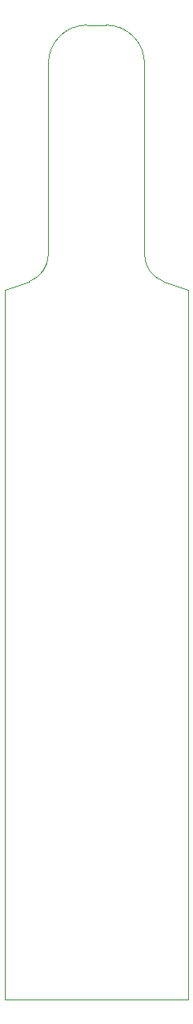
<source format=gm1>
G04 #@! TF.GenerationSoftware,KiCad,Pcbnew,7.0.10*
G04 #@! TF.CreationDate,2024-03-06T15:05:53+01:00*
G04 #@! TF.ProjectId,microscope,6d696372-6f73-4636-9f70-652e6b696361,rev?*
G04 #@! TF.SameCoordinates,Original*
G04 #@! TF.FileFunction,Profile,NP*
%FSLAX46Y46*%
G04 Gerber Fmt 4.6, Leading zero omitted, Abs format (unit mm)*
G04 Created by KiCad (PCBNEW 7.0.10) date 2024-03-06 15:05:53*
%MOMM*%
%LPD*%
G01*
G04 APERTURE LIST*
G04 #@! TA.AperFunction,Profile*
%ADD10C,0.100000*%
G04 #@! TD*
G04 APERTURE END LIST*
D10*
X90500000Y-150000000D02*
X90500000Y-76500000D01*
X99000000Y-49000000D02*
X101000000Y-49000000D01*
X90500000Y-76500000D02*
X93026060Y-75580600D01*
X99000000Y-49000000D02*
G75*
G03*
X95000000Y-53000000I0J-4000000D01*
G01*
X105000001Y-72761500D02*
G75*
G03*
X106973940Y-75580577I2999999J0D01*
G01*
X109500000Y-150000000D02*
X90500000Y-150000000D01*
X93026060Y-75580578D02*
G75*
G03*
X95000000Y-72761500I-1026060J2819078D01*
G01*
X105000000Y-72761500D02*
X105000000Y-53000000D01*
X109500000Y-76500000D02*
X106973940Y-75580600D01*
X105000000Y-53000000D02*
G75*
G03*
X101000000Y-49000000I-4000000J0D01*
G01*
X109500000Y-150000000D02*
X109500000Y-76500000D01*
X95000000Y-72761500D02*
X95000000Y-53000000D01*
M02*

</source>
